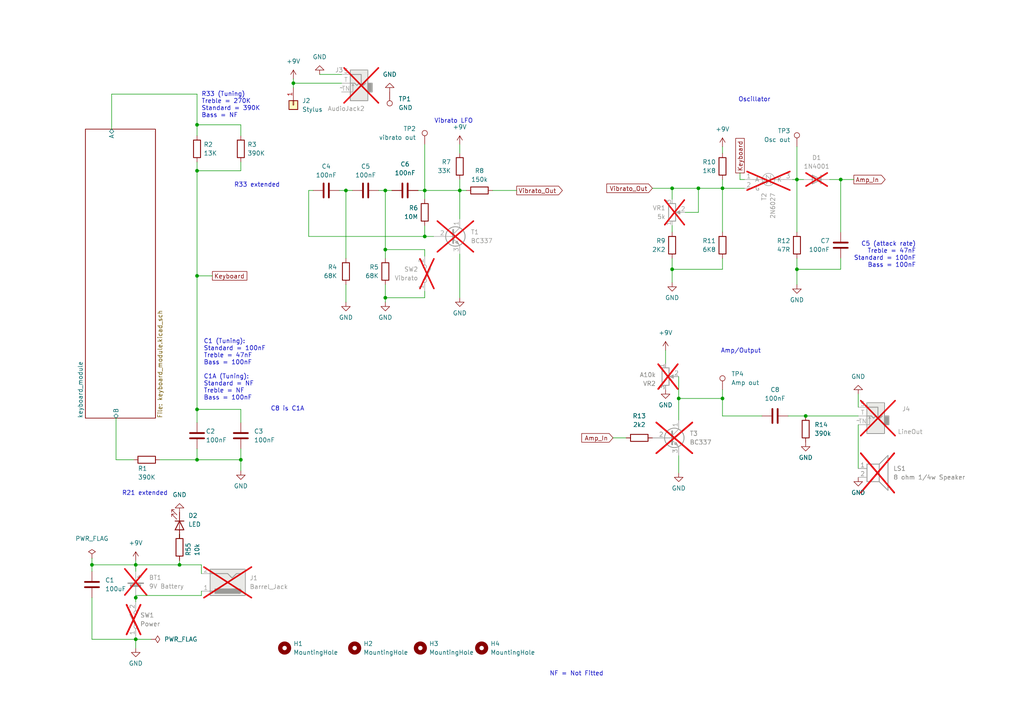
<source format=kicad_sch>
(kicad_sch (version 20231120) (generator "eeschema") (generator_version "8.0")
  (paper "A4")
  (title_block (title "Original 1968 Stylophone") (date "2023-01-31") (rev "2_1") (company "https://www.waitingforfriday.com") (comment 1 "(c) 2023 Simon Inns") (comment 2 "License: Attribution-ShareAlike 4.0 International (CC BY-SA 4.0)"))
  (lib_symbols
    (symbol "Connector:Barrel_Jack" (pin_names (offset 1.016))
      (property "Reference" "J" (at 0 5.334 0))
      (property "Value" "Barrel_Jack" (at 0 -5.08 0))
      (symbol "Barrel_Jack_0_1"
        (rectangle (start -5.08 3.81) (end 5.08 -3.81) (stroke (width 0.254)) (fill (type background)))
        (arc (start -3.302 3.175) (mid -3.9343 2.54) (end -3.302 1.905) (stroke (width 0.254)))
        (arc (start -3.302 3.175) (mid -3.9343 2.54) (end -3.302 1.905) (stroke (width 0.254)) (fill (type outline)))
        (polyline (pts (xy 5.08 2.54) (xy 3.81 2.54)) (stroke (width 0.254)))
        (polyline (pts (xy -3.81 -2.54) (xy -2.54 -2.54) (xy -1.27 -1.27) (xy 0 -2.54) (xy 2.54 -2.54) (xy 5.08 -2.54)) (stroke (width 0.254)))
        (rectangle (start 3.683 3.175) (end -3.302 1.905) (stroke (width 0.254)) (fill (type outline)))
      )
      (symbol "Barrel_Jack_1_1"
        (pin passive line (at 7.62 2.54 180) (length 2.54) (name "~") (number "1"))
        (pin passive line (at 7.62 -2.54 180) (length 2.54) (name "~") (number "2"))
      )
    )
    (symbol "Connector:TestPoint" (pin_numbers hide) (pin_names (offset 0.762) hide)
      (property "Reference" "TP" (at 0 6.858 0))
      (property "Value" "TestPoint" (at 0 5.08 0))
      (symbol "TestPoint_0_1"
        (circle (center 0 3.302) (radius 0.762))
      )
      (symbol "TestPoint_1_1"
        (pin passive line (at 0 0 90) (length 2.54) (name "1") (number "1"))
      )
    )
    (symbol "Connector_Generic:Conn_01x01" (pin_names (offset 1.016) hide)
      (property "Reference" "J" (at 0 2.54 0))
      (property "Value" "Conn_01x01" (at 0 -2.54 0))
      (symbol "Conn_01x01_1_1"
        (rectangle (start -1.27 0.127) (end 0 -0.127) (stroke (width 0.1524)))
        (rectangle (start -1.27 1.27) (end 1.27 -1.27) (stroke (width 0.254)) (fill (type background)))
        (pin passive line (at -5.08 0 0) (length 3.81) (name "Pin_1") (number "1"))
      )
    )
    (symbol "Device:Battery_Cell" (pin_numbers hide) (pin_names (offset 0) hide)
      (property "Reference" "BT" (at 2.54 2.54 0))
      (property "Value" "Battery_Cell" (at 2.54 0 0))
      (symbol "Battery_Cell_0_1"
        (rectangle (start -2.286 1.778) (end 2.286 1.524) (fill (type outline)))
        (rectangle (start -1.5748 1.1938) (end 1.4732 0.6858) (fill (type outline)))
        (polyline (pts (xy 0 0.762) (xy 0 0)))
        (polyline (pts (xy 0 1.778) (xy 0 2.54)))
        (polyline (pts (xy 0.508 3.429) (xy 1.524 3.429)) (stroke (width 0.254)))
        (polyline (pts (xy 1.016 3.937) (xy 1.016 2.921)) (stroke (width 0.254)))
      )
      (symbol "Battery_Cell_1_1"
        (pin passive line (at 0 5.08 270) (length 2.54) (name "+") (number "1"))
        (pin passive line (at 0 -2.54 90) (length 2.54) (name "-") (number "2"))
      )
    )
    (symbol "Device:C" (pin_numbers hide) (pin_names (offset 0.254))
      (property "Reference" "C" (at 0.635 2.54 0))
      (property "Value" "C" (at 0.635 -2.54 0))
      (symbol "C_0_1"
        (polyline (pts (xy -2.032 -0.762) (xy 2.032 -0.762)) (stroke (width 0.508)))
        (polyline (pts (xy -2.032 0.762) (xy 2.032 0.762)) (stroke (width 0.508)))
      )
      (symbol "C_1_1"
        (pin passive line (at 0 3.81 270) (length 2.794) (name "~") (number "1"))
        (pin passive line (at 0 -3.81 90) (length 2.794) (name "~") (number "2"))
      )
    )
    (symbol "Device:LED" (pin_numbers hide) (pin_names (offset 1.016) hide)
      (property "Reference" "D" (at 0 2.54 0))
      (property "Value" "LED" (at 0 -2.54 0))
      (symbol "LED_0_1"
        (polyline (pts (xy -1.27 -1.27) (xy -1.27 1.27)) (stroke (width 0.254)))
        (polyline (pts (xy -1.27 0) (xy 1.27 0)))
        (polyline (pts (xy 1.27 -1.27) (xy 1.27 1.27) (xy -1.27 0) (xy 1.27 -1.27)) (stroke (width 0.254)))
        (polyline (pts (xy -3.048 -0.762) (xy -4.572 -2.286) (xy -3.81 -2.286) (xy -4.572 -2.286) (xy -4.572 -1.524)))
        (polyline (pts (xy -1.778 -0.762) (xy -3.302 -2.286) (xy -2.54 -2.286) (xy -3.302 -2.286) (xy -3.302 -1.524)))
      )
      (symbol "LED_1_1"
        (pin passive line (at -3.81 0 0) (length 2.54) (name "K") (number "1"))
        (pin passive line (at 3.81 0 180) (length 2.54) (name "A") (number "2"))
      )
    )
    (symbol "Device:R" (pin_numbers hide) (pin_names (offset 0))
      (property "Reference" "R" (at 2.032 0 90))
      (property "Value" "R" (at 0 0 90))
      (symbol "R_0_1"
        (rectangle (start -1.016 -2.54) (end 1.016 2.54) (stroke (width 0.254)))
      )
      (symbol "R_1_1"
        (pin passive line (at 0 3.81 270) (length 1.27) (name "~") (number "1"))
        (pin passive line (at 0 -3.81 90) (length 1.27) (name "~") (number "2"))
      )
    )
    (symbol "Device:R_Potentiometer" (pin_names (offset 1.016) hide)
      (property "Reference" "RV" (at -4.445 0 90))
      (property "Value" "R_Potentiometer" (at -2.54 0 90))
      (symbol "R_Potentiometer_0_1"
        (polyline (pts (xy 2.54 0) (xy 1.524 0)))
        (polyline (pts (xy 1.143 0) (xy 2.286 0.508) (xy 2.286 -0.508) (xy 1.143 0)) (fill (type outline)))
        (rectangle (start 1.016 2.54) (end -1.016 -2.54) (stroke (width 0.254)))
      )
      (symbol "R_Potentiometer_1_1"
        (pin passive line (at 0 3.81 270) (length 1.27) (name "1") (number "1"))
        (pin passive line (at 3.81 0 180) (length 1.27) (name "2") (number "2"))
        (pin passive line (at 0 -3.81 90) (length 1.27) (name "3") (number "3"))
      )
    )
    (symbol "Device:Speaker" (pin_names (offset 0) hide)
      (property "Reference" "LS" (at 1.27 5.715 0))
      (property "Value" "Speaker" (at 1.27 3.81 0))
      (symbol "Speaker_0_0"
        (rectangle (start -2.54 1.27) (end 1.016 -3.81) (stroke (width 0.254)))
        (polyline (pts (xy 1.016 1.27) (xy 3.556 3.81) (xy 3.556 -6.35) (xy 1.016 -3.81)) (stroke (width 0.254)))
      )
      (symbol "Speaker_1_1"
        (pin input line (at -5.08 0 0) (length 2.54) (name "1") (number "1"))
        (pin input line (at -5.08 -2.54 0) (length 2.54) (name "2") (number "2"))
      )
    )
    (symbol "Diode:1N4001" (pin_numbers hide) (pin_names hide)
      (property "Reference" "D" (at 0 2.54 0))
      (property "Value" "1N4001" (at 0 -2.54 0))
      (symbol "1N4001_0_1"
        (polyline (pts (xy -1.27 1.27) (xy -1.27 -1.27)) (stroke (width 0.254)))
        (polyline (pts (xy 1.27 0) (xy -1.27 0)))
        (polyline (pts (xy 1.27 1.27) (xy 1.27 -1.27) (xy -1.27 0) (xy 1.27 1.27)) (stroke (width 0.254)))
      )
      (symbol "1N4001_1_1"
        (pin passive line (at -3.81 0 0) (length 2.54) (name "K") (number "1"))
        (pin passive line (at 3.81 0 180) (length 2.54) (name "A") (number "2"))
      )
    )
    (symbol "KitsBlips:3.5mm_Mono_Switched" (pin_names (offset 0) hide)
      (property "Reference" "J" (at -5.588 -6.35 0))
      (property "Value" "3.5mm_Mono_Switched" (at -1.27 7.112 0))
      (symbol "3.5mm_Mono_Switched_0_1"
        (rectangle (start -7.62 1.27) (end -8.89 -1.27) (stroke (width 0.254)) (fill (type outline)))
        (rectangle (start -7.62 5.08) (end -2.54 -3.81) (stroke (width 0.254)) (fill (type background)))
        (polyline (pts (xy -3.302 1.016) (xy -3.048 0.508)))
        (polyline (pts (xy -5.08 1.27) (xy -4.445 0.635) (xy -3.81 1.27) (xy -2.54 1.27)) (stroke (width 0.254)))
        (polyline (pts (xy -2.54 -1.27) (xy -3.302 -1.27) (xy -3.302 1.016) (xy -3.556 0.508)))
        (polyline (pts (xy -2.54 3.81) (xy -5.715 3.81) (xy -5.715 1.27) (xy -6.35 0.635) (xy -6.985 1.27)) (stroke (width 0.254)))
      )
      (symbol "3.5mm_Mono_Switched_1_1"
        (pin passive line (at 0 3.81 180) (length 2.54) (name "~") (number "S"))
        (pin passive line (at 0 1.27 180) (length 2.54) (name "~") (number "T"))
        (pin passive line (at 0 -1.27 180) (length 2.54) (name "~") (number "TN"))
      )
    )
    (symbol "KitsBlips:C" (pin_numbers hide) (pin_names (offset 0.254))
      (property "Reference" "C" (at 0.635 2.54 0))
      (property "Value" "C" (at 0.635 -2.54 0))
      (symbol "C_0_1"
        (polyline (pts (xy -2.032 -0.762) (xy 2.032 -0.762)) (stroke (width 0.508)))
        (polyline (pts (xy -2.032 0.762) (xy 2.032 0.762)) (stroke (width 0.508)))
      )
      (symbol "C_1_1"
        (pin passive line (at 0 3.81 270) (length 2.794) (name "~") (number "1"))
        (pin passive line (at 0 -3.81 90) (length 2.794) (name "~") (number "2"))
      )
    )
    (symbol "Mechanical:MountingHole" (pin_names (offset 1.016)) (exclude_from_sim yes) (in_bom no)
      (property "Reference" "H" (at 0 5.08 0))
      (property "Value" "MountingHole" (at 0 3.175 0))
      (symbol "MountingHole_0_1"
        (circle (center 0 0) (radius 1.27) (stroke (width 1.27)))
      )
    )
    (symbol "PUT:2N6027"
      (property "Reference" "U" (at 0 0 0))
      (property "Value" "2N6027" (at 0 0 0))
      (symbol "2N6027_0_1"
        (circle (center -0.635 0) (radius 1.7961))
        (polyline (pts (xy -5.08 0) (xy -2.54 0)))
        (polyline (pts (xy -1.27 0) (xy -2.54 0)))
        (polyline (pts (xy -1.27 1.27) (xy -1.27 -1.27)))
        (polyline (pts (xy 0 0) (xy 1.27 0)))
        (polyline (pts (xy 1.27 0) (xy 3.81 0)))
        (polyline (pts (xy 3.81 2.54) (xy 0 0)))
        (polyline (pts (xy -1.27 0) (xy 0 1.27) (xy 0 -1.27) (xy -1.27 0)))
      )
      (symbol "2N6027_1_1"
        (pin passive line (at 6.35 0 180) (length 2.54) (name "A") (number "1"))
        (pin passive line (at 6.35 2.54 180) (length 2.54) (name "G") (number "2"))
        (pin passive line (at -7.62 0 0) (length 2.54) (name "K") (number "3"))
      )
    )
    (symbol "Switch:SW_SPST" (pin_names (offset 0) hide)
      (property "Reference" "SW" (at 0 3.175 0))
      (property "Value" "SW_SPST" (at 0 -2.54 0))
      (symbol "SW_SPST_0_0"
        (circle (center -2.032 0) (radius 0.508))
        (polyline (pts (xy -1.524 0.254) (xy 1.524 1.778)))
        (circle (center 2.032 0) (radius 0.508))
      )
      (symbol "SW_SPST_1_1"
        (pin passive line (at -5.08 0 0) (length 2.54) (name "A") (number "1"))
        (pin passive line (at 5.08 0 180) (length 2.54) (name "B") (number "2"))
      )
    )
    (symbol "Transistor_BJT:BC337" (pin_names (offset 0) hide)
      (property "Reference" "Q" (at 5.08 1.905 0))
      (property "Value" "BC337" (at 5.08 0 0))
      (symbol "BC337_0_1"
        (polyline (pts (xy 0 0) (xy 0.635 0)))
        (polyline (pts (xy 0.635 0.635) (xy 2.54 2.54)))
        (polyline (pts (xy 0.635 -0.635) (xy 2.54 -2.54) (xy 2.54 -2.54)))
        (polyline (pts (xy 0.635 1.905) (xy 0.635 -1.905) (xy 0.635 -1.905)) (stroke (width 0.508)))
        (polyline (pts (xy 1.27 -1.778) (xy 1.778 -1.27) (xy 2.286 -2.286) (xy 1.27 -1.778) (xy 1.27 -1.778)) (fill (type outline)))
        (circle (center 1.27 0) (radius 2.8194) (stroke (width 0.254)))
      )
      (symbol "BC337_1_1"
        (pin passive line (at 2.54 5.08 270) (length 2.54) (name "C") (number "1"))
        (pin input line (at -5.08 0 0) (length 5.08) (name "B") (number "2"))
        (pin passive line (at 2.54 -5.08 90) (length 2.54) (name "E") (number "3"))
      )
    )
    (symbol "power:+9V" (power) (pin_names (offset 0))
      (property "Value" "+9V" (at 0 3.556 0))
      (symbol "+9V_0_1"
        (polyline (pts (xy -0.762 1.27) (xy 0 2.54)))
        (polyline (pts (xy 0 0) (xy 0 2.54)))
        (polyline (pts (xy 0 2.54) (xy 0.762 1.27)))
      )
      (symbol "+9V_1_1"
        (pin power_in line (at 0 0 90) (length 0) hide (name "+9V") (number "1"))
      )
    )
    (symbol "power:GND" (power) (pin_names (offset 0))
      (property "Value" "GND" (at 0 -3.81 0))
      (symbol "GND_0_1"
        (polyline (pts (xy 0 0) (xy 0 -1.27) (xy 1.27 -1.27) (xy 0 -2.54) (xy -1.27 -1.27) (xy 0 -1.27)))
      )
      (symbol "GND_1_1"
        (pin power_in line (at 0 0 270) (length 0) hide (name "GND") (number "1"))
      )
    )
    (symbol "power:PWR_FLAG" (power) (pin_numbers hide) (pin_names (offset 0) hide)
      (property "Value" "PWR_FLAG" (at 0 3.81 0))
      (symbol "PWR_FLAG_0_0"
        (pin power_out line (at 0 0 90) (length 0) (name "pwr") (number "1"))
      )
      (symbol "PWR_FLAG_0_1"
        (polyline (pts (xy 0 0) (xy 0 1.27) (xy -1.016 1.905) (xy 0 2.54) (xy 1.016 1.905) (xy 0 1.27)))
      )
    )
  )
  (junction (at 39.37 185.42))
  (junction (at 111.76 86.36))
  (junction (at 26.67 163.83))
  (junction (at 57.15 118.745))
  (junction (at 57.15 36.195))
  (junction (at 85.09 24.13))
  (junction (at 209.55 54.61))
  (junction (at 39.37 173.355))
  (junction (at 123.19 55.245))
  (junction (at 209.55 115.57))
  (junction (at 202.565 54.61))
  (junction (at 69.85 133.35))
  (junction (at 100.33 55.245))
  (junction (at 194.945 78.105))
  (junction (at 52.07 163.83))
  (junction (at 196.85 115.57))
  (junction (at 123.19 68.58))
  (junction (at 133.35 55.245))
  (junction (at 39.37 163.83))
  (junction (at 243.84 52.07))
  (junction (at 194.945 54.61))
  (junction (at 57.15 49.53))
  (junction (at 57.15 80.01))
  (junction (at 111.76 72.39))
  (junction (at 231.14 52.07))
  (junction (at 111.76 55.245))
  (junction (at 57.15 133.35))
  (junction (at 233.68 120.65))
  (junction (at 231.14 78.105))
  (wire (pts (xy 215.9 54.61) (xy 209.55 54.61)))
  (wire (pts (xy 69.85 118.745) (xy 57.15 118.745)))
  (wire (pts (xy 39.37 172.72) (xy 39.37 173.355)))
  (wire (pts (xy 231.14 52.07) (xy 229.87 52.07)))
  (wire (pts (xy 194.945 57.785) (xy 194.945 54.61)))
  (wire (pts (xy 102.235 55.245) (xy 100.33 55.245)))
  (wire (pts (xy 89.535 68.58) (xy 123.19 68.58)))
  (wire (pts (xy 111.76 82.55) (xy 111.76 86.36)))
  (wire (pts (xy 57.15 133.35) (xy 69.85 133.35)))
  (wire (pts (xy 248.92 114.3) (xy 248.92 118.11)))
  (wire (pts (xy 52.07 162.56) (xy 52.07 163.83)))
  (wire (pts (xy 58.42 172.72) (xy 39.37 172.72)))
  (wire (pts (xy 26.67 165.735) (xy 26.67 163.83)))
  (wire (pts (xy 231.14 74.93) (xy 231.14 78.105)))
  (wire (pts (xy 57.15 80.01) (xy 57.15 118.745)))
  (wire (pts (xy 39.37 173.355) (xy 39.37 174.625)))
  (wire (pts (xy 194.945 54.61) (xy 202.565 54.61)))
  (wire (pts (xy 125.73 68.58) (xy 123.19 68.58)))
  (wire (pts (xy 133.35 55.245) (xy 133.35 63.5)))
  (wire (pts (xy 57.15 36.195) (xy 57.15 39.37)))
  (wire (pts (xy 198.755 61.595) (xy 202.565 61.595)))
  (wire (pts (xy 247.65 52.07) (xy 243.84 52.07)))
  (wire (pts (xy 100.33 82.55) (xy 100.33 87.63)))
  (wire (pts (xy 52.07 154.94) (xy 52.07 156.21)))
  (wire (pts (xy 39.37 184.785) (xy 39.37 185.42)))
  (wire (pts (xy 100.33 55.245) (xy 98.425 55.245)))
  (wire (pts (xy 123.19 84.455) (xy 123.19 86.36)))
  (wire (pts (xy 26.67 161.925) (xy 26.67 163.83)))
  (wire (pts (xy 39.37 185.42) (xy 43.815 185.42)))
  (wire (pts (xy 57.15 46.99) (xy 57.15 49.53)))
  (wire (pts (xy 194.945 65.405) (xy 194.945 67.31)))
  (wire (pts (xy 196.85 115.57) (xy 196.85 121.92)))
  (wire (pts (xy 57.15 49.53) (xy 57.15 80.01)))
  (wire (pts (xy 111.76 72.39) (xy 111.76 74.93)))
  (wire (pts (xy 233.045 52.07) (xy 231.14 52.07)))
  (wire (pts (xy 39.37 162.56) (xy 39.37 163.83)))
  (wire (pts (xy 194.945 78.105) (xy 194.945 81.915)))
  (wire (pts (xy 57.15 49.53) (xy 69.85 49.53)))
  (wire (pts (xy 133.35 55.245) (xy 133.35 52.07)))
  (wire (pts (xy 209.55 78.105) (xy 194.945 78.105)))
  (wire (pts (xy 58.42 163.83) (xy 58.42 166.37)))
  (wire (pts (xy 123.19 41.91) (xy 123.19 55.245)))
  (wire (pts (xy 111.76 55.245) (xy 111.76 72.39)))
  (wire (pts (xy 196.85 115.57) (xy 209.55 115.57)))
  (wire (pts (xy 194.945 54.61) (xy 189.23 54.61)))
  (wire (pts (xy 194.945 74.93) (xy 194.945 78.105)))
  (wire (pts (xy 111.76 87.63) (xy 111.76 86.36)))
  (wire (pts (xy 220.98 120.65) (xy 209.55 120.65)))
  (wire (pts (xy 85.09 24.13) (xy 99.06 24.13)))
  (wire (pts (xy 89.535 55.245) (xy 89.535 68.58)))
  (wire (pts (xy 243.84 74.93) (xy 243.84 78.105)))
  (wire (pts (xy 196.85 109.22) (xy 196.85 115.57)))
  (wire (pts (xy 38.735 133.35) (xy 33.655 133.35)))
  (wire (pts (xy 57.15 130.175) (xy 57.15 133.35)))
  (wire (pts (xy 209.55 52.07) (xy 209.55 54.61)))
  (wire (pts (xy 123.19 65.405) (xy 123.19 68.58)))
  (wire (pts (xy 32.385 27.305) (xy 57.15 27.305)))
  (wire (pts (xy 123.19 55.245) (xy 133.35 55.245)))
  (wire (pts (xy 214.63 52.07) (xy 215.9 52.07)))
  (wire (pts (xy 39.37 163.83) (xy 52.07 163.83)))
  (wire (pts (xy 243.84 52.07) (xy 240.665 52.07)))
  (wire (pts (xy 69.85 36.195) (xy 69.85 39.37)))
  (wire (pts (xy 46.355 133.35) (xy 57.15 133.35)))
  (wire (pts (xy 202.565 61.595) (xy 202.565 54.61)))
  (wire (pts (xy 85.09 22.86) (xy 85.09 24.13)))
  (wire (pts (xy 57.15 27.305) (xy 57.15 36.195)))
  (wire (pts (xy 248.92 123.19) (xy 248.92 135.89)))
  (wire (pts (xy 243.84 52.07) (xy 243.84 67.31)))
  (wire (pts (xy 123.19 86.36) (xy 111.76 86.36)))
  (wire (pts (xy 209.55 74.93) (xy 209.55 78.105)))
  (wire (pts (xy 33.655 121.285) (xy 33.655 133.35)))
  (wire (pts (xy 69.85 49.53) (xy 69.85 46.99)))
  (wire (pts (xy 133.35 41.91) (xy 133.35 44.45)))
  (wire (pts (xy 123.19 55.245) (xy 121.285 55.245)))
  (wire (pts (xy 196.85 132.08) (xy 196.85 137.16)))
  (wire (pts (xy 177.8 127) (xy 181.61 127)))
  (wire (pts (xy 209.55 54.61) (xy 202.565 54.61)))
  (wire (pts (xy 135.255 55.245) (xy 133.35 55.245)))
  (wire (pts (xy 111.76 55.245) (xy 109.855 55.245)))
  (wire (pts (xy 231.14 42.545) (xy 231.14 52.07)))
  (wire (pts (xy 39.37 185.42) (xy 39.37 187.96)))
  (wire (pts (xy 228.6 120.65) (xy 233.68 120.65)))
  (wire (pts (xy 26.67 163.83) (xy 39.37 163.83)))
  (wire (pts (xy 99.06 21.59) (xy 92.71 21.59)))
  (wire (pts (xy 32.385 37.465) (xy 32.385 27.305)))
  (wire (pts (xy 149.86 55.245) (xy 142.875 55.245)))
  (wire (pts (xy 209.55 42.545) (xy 209.55 44.45)))
  (wire (pts (xy 26.67 185.42) (xy 39.37 185.42)))
  (wire (pts (xy 209.55 54.61) (xy 209.55 67.31)))
  (wire (pts (xy 57.15 118.745) (xy 57.15 122.555)))
  (wire (pts (xy 57.15 36.195) (xy 69.85 36.195)))
  (wire (pts (xy 100.33 55.245) (xy 100.33 74.93)))
  (wire (pts (xy 209.55 120.65) (xy 209.55 115.57)))
  (wire (pts (xy 231.14 52.07) (xy 231.14 67.31)))
  (wire (pts (xy 52.07 163.83) (xy 58.42 163.83)))
  (wire (pts (xy 69.85 133.35) (xy 69.85 130.175)))
  (wire (pts (xy 231.14 78.105) (xy 231.14 82.55)))
  (wire (pts (xy 243.84 78.105) (xy 231.14 78.105)))
  (wire (pts (xy 193.04 101.6) (xy 193.04 105.41)))
  (wire (pts (xy 39.37 163.83) (xy 39.37 165.735)))
  (wire (pts (xy 123.19 74.295) (xy 123.19 72.39)))
  (wire (pts (xy 209.55 113.03) (xy 209.55 115.57)))
  (wire (pts (xy 133.35 73.66) (xy 133.35 86.36)))
  (wire (pts (xy 69.85 122.555) (xy 69.85 118.745)))
  (wire (pts (xy 57.15 80.01) (xy 61.595 80.01)))
  (wire (pts (xy 58.42 172.72) (xy 58.42 171.45)))
  (wire (pts (xy 123.19 57.785) (xy 123.19 55.245)))
  (wire (pts (xy 85.09 24.13) (xy 85.09 25.4)))
  (wire (pts (xy 214.63 50.165) (xy 214.63 52.07)))
  (wire (pts (xy 26.67 173.355) (xy 26.67 185.42)))
  (wire (pts (xy 90.805 55.245) (xy 89.535 55.245)))
  (wire (pts (xy 248.92 120.65) (xy 233.68 120.65)))
  (wire (pts (xy 113.665 55.245) (xy 111.76 55.245)))
  (wire (pts (xy 69.85 133.35) (xy 69.85 136.525)))
  (wire (pts (xy 123.19 72.39) (xy 111.76 72.39)))
  (text "C1 (Tuning):\nStandard = 100nF\nTreble = 47nF\nBass = 100nF\n\nC1A (Tuning):\nStandard = NF\nTreble = NF\nBass = 100nF" (at 59.055 116.205 0) (effects (font (size 1.27 1.27)) (justify left bottom)))
  (text "C8 is C1A" (at 78.486 119.38 0) (effects (font (size 1.27 1.27)) (justify left bottom)))
  (text "Oscillator\n" (at 218.821 28.956 0) (effects (font (size 1.27 1.27))))
  (text "R33 extended\n" (at 74.549 53.721 0) (effects (font (size 1.27 1.27))))
  (text "R33 (Tuning)\nTreble = 270K\nStandard = 390K\nBass = NF" (at 58.42 34.29 0) (effects (font (size 1.27 1.27)) (justify left bottom)))
  (text "R21 extended\n" (at 42.037 143.129 0) (effects (font (size 1.27 1.27))))
  (text "Amp/Output" (at 214.884 101.854 0) (effects (font (size 1.27 1.27))))
  (text "Vibrato LFO\n" (at 131.572 35.179 0) (effects (font (size 1.27 1.27))))
  (text "NF = Not Fitted" (at 159.385 196.215 0) (effects (font (size 1.27 1.27)) (justify left bottom)))
  (text "C5 (attack rate)\nTreble = 47nF\nStandard = 100nF\nBass = 100nF" (at 265.684 77.724 0) (effects (font (size 1.27 1.27)) (justify right bottom)))
  (global_label "Keyboard" (shape passive) (at 214.63 50.165 90) (property "Intersheetrefs" "${INTERSHEET_REFS}" (effects (hide yes))))
  (global_label "Vibrato_Out" (shape input) (at 189.23 54.61 180) (property "Intersheetrefs" "${INTERSHEET_REFS}" (effects (hide yes))))
  (global_label "Vibrato_Out" (shape output) (at 149.86 55.245 0) (property "Intersheetrefs" "${INTERSHEET_REFS}" (effects (hide yes))))
  (global_label "Keyboard" (shape passive) (at 61.595 80.01 0) (property "Intersheetrefs" "${INTERSHEET_REFS}" (effects (hide yes))))
  (global_label "Amp_In" (shape input) (at 177.8 127 180) (property "Intersheetrefs" "${INTERSHEET_REFS}" (effects (hide yes))))
  (global_label "Amp_In" (shape output) (at 247.65 52.07 0) (property "Intersheetrefs" "${INTERSHEET_REFS}" (effects (hide yes))))
  (symbol (lib_id "power:GND") (at 52.07 148.59 180) (unit 1)
    (property "Reference" "#PWR020" (effects (hide yes)))
    (property "Value" "GND" (at 52.07 143.51 0))
  )
  (symbol (lib_id "Device:C") (at 224.79 120.65 90) (unit 1)
    (property "Reference" "C8" (at 224.79 113.03 90))
    (property "Value" "100nF" (at 224.79 115.57 90))
    (property "Footprint" "Capacitor_SMD:C_0603_1608Metric_Pad1.08x0.95mm_HandSolder" (effects (hide yes)))
    (property "Description" "Unpolarized capacitor" (effects (hide yes)))
  )
  (symbol (lib_id "power:+9V") (at 85.09 22.86 0) (unit 1)
    (property "Reference" "#PWR04" (effects (hide yes)))
    (property "Value" "+9V" (at 85.09 17.78 0))
  )
  (symbol (lib_id "Transistor_BJT:BC337") (at 130.81 68.58 0) (unit 1) (dnp yes)
    (property "Reference" "T1" (at 136.525 67.3099 0) (effects (justify left)))
    (property "Value" "BC337" (at 136.525 69.8499 0) (effects (justify left)))
    (property "Footprint" "Package_TO_SOT_THT:TO-92_HandSolder" (effects (hide yes)))
    (property "Datasheet" "https://diotec.com/tl_files/diotec/files/pdf/datasheets/bc337.pdf" (effects (hide yes)))
  )
  (symbol (lib_id "Device:R") (at 111.76 78.74 0) (mirror y) (unit 1)
    (property "Reference" "R5" (at 109.855 77.47 0) (effects (justify left)))
    (property "Value" "68K" (at 109.855 80.01 0) (effects (justify left)))
    (property "Footprint" "Resistor_SMD:R_0603_1608Metric_Pad0.98x0.95mm_HandSolder" (effects (hide yes)))
  )
  (symbol (lib_id "power:GND") (at 248.92 114.3 0) (mirror x) (unit 1)
    (property "Reference" "#PWR018" (effects (hide yes)))
    (property "Value" "GND" (at 248.92 109.22 0))
  )
  (symbol (lib_id "power:PWR_FLAG") (at 26.67 161.925 0) (unit 1)
    (property "Reference" "#FLG01" (effects (hide yes)))
    (property "Value" "PWR_FLAG" (at 26.67 156.21 0))
  )
  (symbol (lib_id "Connector:TestPoint") (at 113.03 26.67 180) (unit 1)
    (property "Reference" "TP1" (at 115.57 28.7019 0) (effects (justify right)))
    (property "Value" "GND" (at 115.57 31.2419 0) (effects (justify right)))
    (property "Footprint" "TestPoint:TestPoint_Pad_3.0x3.0mm" (effects (hide yes)))
  )
  (symbol (lib_id "power:+9V") (at 39.37 162.56 0) (unit 1)
    (property "Reference" "#PWR01" (effects (hide yes)))
    (property "Value" "+9V" (at 39.37 157.48 0))
  )
  (symbol (lib_id "Device:R") (at 42.545 133.35 270) (unit 1)
    (property "Reference" "R1" (at 40.005 135.89 90) (effects (justify left)))
    (property "Value" "390K" (at 40.005 138.43 90) (effects (justify left)))
    (property "Footprint" "Resistor_SMD:R_0603_1608Metric_Pad0.98x0.95mm_HandSolder" (effects (hide yes)))
  )
  (symbol (lib_id "Device:C") (at 69.85 126.365 0) (unit 1)
    (property "Reference" "C3" (at 73.66 125.0949 0) (effects (justify left)))
    (property "Value" "100nF" (at 73.66 127.6349 0) (effects (justify left)))
    (property "Footprint" "Capacitor_SMD:C_0603_1608Metric_Pad1.08x0.95mm_HandSolder" (effects (hide yes)))
  )
  (symbol (lib_id "power:GND") (at 133.35 86.36 0) (mirror y) (unit 1)
    (property "Reference" "#PWR010" (effects (hide yes)))
    (property "Value" "GND" (at 133.35 90.805 0))
  )
  (symbol (lib_id "power:GND") (at 193.04 113.03 0) (mirror y) (unit 1)
    (property "Reference" "#PWR016" (effects (hide yes)))
    (property "Value" "GND" (at 193.04 117.475 0))
  )
  (symbol (lib_id "Connector:TestPoint") (at 123.19 41.91 0) (mirror y) (unit 1)
    (property "Reference" "TP2" (at 120.65 37.3379 0) (effects (justify left)))
    (property "Value" "vibrato out" (at 120.65 39.8779 0) (effects (justify left)))
    (property "Footprint" "TestPoint:TestPoint_Pad_3.0x3.0mm" (effects (hide yes)))
  )
  (symbol (lib_id "power:GND") (at 111.76 87.63 0) (mirror y) (unit 1)
    (property "Reference" "#PWR07" (effects (hide yes)))
    (property "Value" "GND" (at 111.76 92.075 0))
  )
  (symbol (lib_id "KitsBlips:3.5mm_Mono_Switched") (at 99.06 25.4 0) (mirror y) (unit 1) (dnp yes)
    (property "Reference" "J3" (at 97.155 20.32 0) (effects (justify right)))
    (property "Value" "AudioJack2" (at 94.996 31.496 0) (effects (justify right)))
    (property "Footprint" "Connector_Audio:Jack_3.5mm_QingPu_WQP-PJ398SM_Vertical_CircularHoles" (effects (hide yes)))
    (property "Datasheet" "~" (at 99.06 25.4 0) (effects (font (size 1.524 1.524))))
    (property "Description" "Audio 3.5mm Jack, mono, switched, PC-pin Vertical" (effects (hide yes)))
    (property "Specifications" "Audio 3.5mm Jack, mono, switched, PC-pin Vertical" (effects (hide yes)))
    (property "Manufacturer" "Wenzhou QingPu Electronics Co" (effects (hide yes)))
    (property "Part Number" "WQP-WQP518MA" (effects (hide yes)))
  )
  (symbol (lib_id "Transistor_BJT:BC337") (at 194.31 127 0) (unit 1) (dnp yes)
    (property "Reference" "T3" (at 200.025 125.7299 0) (effects (justify left)))
    (property "Value" "BC337" (at 200.025 128.2699 0) (effects (justify left)))
    (property "Footprint" "Package_TO_SOT_THT:TO-92_HandSolder" (effects (hide yes)))
    (property "Datasheet" "https://diotec.com/tl_files/diotec/files/pdf/datasheets/bc337.pdf" (effects (hide yes)))
  )
  (symbol (lib_id "Device:R") (at 52.07 158.75 0) (unit 1)
    (property "Reference" "R55" (at 54.61 161.29 90) (effects (justify left)))
    (property "Value" "10k" (at 57.15 161.29 90) (effects (justify left)))
    (property "Footprint" "Resistor_SMD:R_0603_1608Metric_Pad0.98x0.95mm_HandSolder" (effects (hide yes)))
  )
  (symbol (lib_id "Device:C") (at 94.615 55.245 270) (mirror x) (unit 1)
    (property "Reference" "C4" (at 94.615 48.26 90))
    (property "Value" "100nF" (at 94.615 50.8 90))
    (property "Footprint" "Capacitor_SMD:C_0603_1608Metric_Pad1.08x0.95mm_HandSolder" (effects (hide yes)))
  )
  (symbol (lib_id "Device:C") (at 243.84 71.12 0) (mirror y) (unit 1)
    (property "Reference" "C7" (at 240.665 69.8499 0) (effects (justify left)))
    (property "Value" "100nF" (at 240.665 72.3899 0) (effects (justify left)))
    (property "Footprint" "Capacitor_SMD:C_0603_1608Metric_Pad1.08x0.95mm_HandSolder" (effects (hide yes)))
  )
  (symbol (lib_id "power:GND") (at 92.71 21.59 180) (unit 1)
    (property "Reference" "#PWR05" (effects (hide yes)))
    (property "Value" "GND" (at 92.71 16.51 0))
  )
  (symbol (lib_id "Device:Speaker") (at 254 135.89 0) (unit 1) (dnp yes)
    (property "Reference" "LS1" (at 259.08 135.8899 0) (effects (justify left)))
    (property "Value" "8 ohm 1/4w Speaker" (at 259.08 138.4299 0) (effects (justify left)))
    (property "Footprint" "KitsBlips:mouser_speaker" (effects (hide yes)))
    (property "Description" "Speaker" (effects (hide yes)))
  )
  (symbol (lib_id "PUT:2N6027") (at 222.25 52.07 180) (unit 1) (dnp yes)
    (property "Reference" "T2" (at 221.6149 55.88 90) (effects (justify left)))
    (property "Value" "2N6027" (at 224.1549 55.88 90) (effects (justify left)))
    (property "Footprint" "Package_TO_SOT_THT:TO-92_HandSolder" (effects (hide yes)))
  )
  (symbol (lib_id "Device:R") (at 231.14 71.12 0) (mirror y) (unit 1)
    (property "Reference" "R12" (at 229.235 69.8499 0) (effects (justify left)))
    (property "Value" "47R" (at 229.235 72.3899 0) (effects (justify left)))
    (property "Footprint" "Resistor_SMD:R_0603_1608Metric_Pad0.98x0.95mm_HandSolder" (effects (hide yes)))
  )
  (symbol (lib_id "power:+9V") (at 209.55 42.545 0) (mirror y) (unit 1)
    (property "Reference" "#PWR012" (effects (hide yes)))
    (property "Value" "+9V" (at 209.55 37.465 0))
  )
  (symbol (lib_id "Switch:SW_SPST") (at 123.19 79.375 270) (mirror x) (unit 1) (dnp yes)
    (property "Reference" "SW2" (at 121.285 78.1049 90) (effects (justify right)))
    (property "Value" "Vibrato" (at 121.285 80.6449 90) (effects (justify right)))
    (property "Footprint" "mouser: SLW-1277744-3A-N-D" (effects (hide yes)))
  )
  (symbol (lib_id "power:GND") (at 69.85 136.525 0) (unit 1)
    (property "Reference" "#PWR03" (effects (hide yes)))
    (property "Value" "GND" (at 69.85 140.97 0))
  )
  (symbol (lib_id "Device:R_Potentiometer") (at 193.04 109.22 0) (unit 1) (dnp yes)
    (property "Reference" "VR2" (at 190.246 111.252 0) (effects (justify right)))
    (property "Value" "A10k" (at 190.246 108.712 0) (effects (justify right)))
    (property "Footprint" "mouser:RD901F4015R1B10K00DL1" (effects (hide yes)))
    (property "Description" "Potentiometer" (effects (hide yes)))
  )
  (symbol (lib_id "Connector:Barrel_Jack") (at 66.04 168.91 180) (unit 1) (dnp yes)
    (property "Reference" "J1" (at 72.39 167.6399 0) (effects (justify right)))
    (property "Value" "Barrel_Jack" (at 72.39 170.1799 0) (effects (justify right)))
    (property "Footprint" "Connector_BarrelJack:BarrelJack_CUI_PJ-063AH_Horizontal" (effects (hide yes)))
    (property "Description" "DC Barrel Jack" (effects (hide yes)))
  )
  (symbol (lib_id "Device:R") (at 209.55 48.26 0) (mirror y) (unit 1)
    (property "Reference" "R10" (at 207.645 46.9899 0) (effects (justify left)))
    (property "Value" "1K8" (at 207.645 49.5299 0) (effects (justify left)))
    (property "Footprint" "Resistor_SMD:R_0603_1608Metric_Pad0.98x0.95mm_HandSolder" (effects (hide yes)))
  )
  (symbol (lib_id "Device:C") (at 57.15 126.365 0) (unit 1)
    (property "Reference" "C2" (at 59.69 125.095 0) (effects (justify left)))
    (property "Value" "100nF" (at 59.69 127.635 0) (effects (justify left)))
    (property "Footprint" "Capacitor_SMD:C_0603_1608Metric_Pad1.08x0.95mm_HandSolder" (effects (hide yes)))
  )
  (symbol (lib_id "Device:R") (at 100.33 78.74 0) (mirror y) (unit 1)
    (property "Reference" "R4" (at 97.79 77.4699 0) (effects (justify left)))
    (property "Value" "68K" (at 97.79 80.0099 0) (effects (justify left)))
    (property "Footprint" "Resistor_SMD:R_0603_1608Metric_Pad0.98x0.95mm_HandSolder" (effects (hide yes)))
  )
  (symbol (lib_id "Device:R") (at 123.19 61.595 0) (mirror y) (unit 1)
    (property "Reference" "R6" (at 121.285 60.3249 0) (effects (justify left)))
    (property "Value" "10M" (at 121.285 62.8649 0) (effects (justify left)))
    (property "Footprint" "Resistor_SMD:R_0603_1608Metric_Pad0.98x0.95mm_HandSolder" (effects (hide yes)))
  )
  (symbol (lib_id "Device:R") (at 209.55 71.12 0) (mirror y) (unit 1)
    (property "Reference" "R11" (at 207.645 69.8499 0) (effects (justify left)))
    (property "Value" "6K8" (at 207.645 72.3899 0) (effects (justify left)))
    (property "Footprint" "Resistor_SMD:R_0603_1608Metric_Pad0.98x0.95mm_HandSolder" (effects (hide yes)))
  )
  (symbol (lib_id "power:GND") (at 113.03 26.67 180) (unit 1)
    (property "Reference" "#PWR08" (effects (hide yes)))
    (property "Value" "GND" (at 113.03 21.59 0))
  )
  (symbol (lib_id "power:+9V") (at 193.04 101.6 0) (mirror y) (unit 1)
    (property "Reference" "#PWR014" (effects (hide yes)))
    (property "Value" "+9V" (at 193.04 96.52 0))
  )
  (symbol (lib_id "KitsBlips:3.5mm_Mono_Switched") (at 248.92 121.92 0) (mirror y) (unit 1) (dnp yes)
    (property "Reference" "J4" (at 261.62 118.618 0) (effects (justify right)))
    (property "Value" "LineOut" (at 260.35 125.222 0) (effects (justify right)))
    (property "Footprint" "Connector_Audio:Jack_3.5mm_QingPu_WQP-PJ398SM_Vertical_CircularHoles" (effects (hide yes)))
    (property "Datasheet" "~" (at 248.92 121.92 0) (effects (font (size 1.524 1.524))))
    (property "Description" "Audio 3.5mm Jack, mono, switched, PC-pin Vertical" (effects (hide yes)))
    (property "Specifications" "Audio 3.5mm Jack, mono, switched, PC-pin Vertical" (effects (hide yes)))
    (property "Manufacturer" "Wenzhou QingPu Electronics Co" (effects (hide yes)))
    (property "Part Number" "WQP-WQP518MA" (effects (hide yes)))
  )
  (symbol (lib_id "power:PWR_FLAG") (at 43.815 185.42 270) (unit 1)
    (property "Reference" "#FLG02" (effects (hide yes)))
    (property "Value" "PWR_FLAG" (at 47.625 185.4199 90) (effects (justify left)))
  )
  (symbol (lib_id "power:GND") (at 233.68 128.27 0) (mirror y) (unit 1)
    (property "Reference" "#PWR017" (effects (hide yes)))
    (property "Value" "GND" (at 233.68 132.715 0))
  )
  (symbol (lib_id "Mechanical:MountingHole") (at 102.87 187.96 0) (unit 1) (exclude_from_sim yes) (in_bom no)
    (property "Reference" "H2" (at 105.41 186.6899 0) (effects (justify left)))
    (property "Value" "MountingHole" (at 105.41 189.2299 0) (effects (justify left)))
    (property "Footprint" "MountingHole:MountingHole_3.2mm_M3" (effects (hide yes)))
    (property "Description" "Mounting Hole without connection" (effects (hide yes)))
  )
  (symbol (lib_id "Device:R_Potentiometer") (at 194.945 61.595 0) (mirror x) (unit 1) (dnp yes)
    (property "Reference" "VR1" (at 193.04 60.3249 0) (effects (justify right)))
    (property "Value" "5k" (at 193.04 62.8649 0) (effects (justify right)))
    (property "Footprint" "Potentiometer_THT:Potentiometer_Bourns_3266Y_Vertical" (effects (hide yes)))
  )
  (symbol (lib_id "Connector:TestPoint") (at 231.14 42.545 0) (mirror y) (unit 1)
    (property "Reference" "TP3" (at 229.235 37.9729 0) (effects (justify left)))
    (property "Value" "Osc out" (at 229.235 40.5129 0) (effects (justify left)))
    (property "Footprint" "TestPoint:TestPoint_Pad_3.0x3.0mm" (effects (hide yes)))
  )
  (symbol (lib_id "Mechanical:MountingHole") (at 82.55 187.96 0) (unit 1) (exclude_from_sim yes) (in_bom no)
    (property "Reference" "H1" (at 85.09 186.6899 0) (effects (justify left)))
    (property "Value" "MountingHole" (at 85.09 189.2299 0) (effects (justify left)))
    (property "Footprint" "MountingHole:MountingHole_3.2mm_M3" (effects (hide yes)))
    (property "Description" "Mounting Hole without connection" (effects (hide yes)))
  )
  (symbol (lib_id "Connector:TestPoint") (at 209.55 113.03 0) (mirror y) (unit 1)
    (property "Reference" "TP4" (at 212.09 108.4579 0) (effects (justify right)))
    (property "Value" "Amp out" (at 212.09 110.9979 0) (effects (justify right)))
    (property "Footprint" "TestPoint:TestPoint_Pad_3.0x3.0mm" (effects (hide yes)))
  )
  (symbol (lib_id "KitsBlips:C") (at 26.67 169.545 0) (unit 1)
    (property "Reference" "C1" (at 30.48 168.2749 0) (effects (justify left)))
    (property "Value" "100uF" (at 30.48 170.8149 0) (effects (justify left)))
    (property "Footprint" "Capacitor_SMD:C_1206_3216Metric_Pad1.33x1.80mm_HandSolder" (effects (hide yes)))
    (property "Description" "Unpolarized capacitor" (effects (hide yes)))
  )
  (symbol (lib_id "power:GND") (at 231.14 82.55 0) (mirror y) (unit 1)
    (property "Reference" "#PWR013" (effects (hide yes)))
    (property "Value" "GND" (at 231.14 86.995 0))
  )
  (symbol (lib_id "Device:C") (at 117.475 55.245 270) (mirror x) (unit 1)
    (property "Reference" "C6" (at 117.475 47.625 90))
    (property "Value" "100nF" (at 117.475 50.165 90))
    (property "Footprint" "Capacitor_SMD:C_0603_1608Metric_Pad1.08x0.95mm_HandSolder" (effects (hide yes)))
  )
  (symbol (lib_id "Mechanical:MountingHole") (at 121.92 187.96 0) (unit 1) (exclude_from_sim yes) (in_bom no)
    (property "Reference" "H3" (at 124.46 186.6899 0) (effects (justify left)))
    (property "Value" "MountingHole" (at 124.46 189.2299 0) (effects (justify left)))
    (property "Footprint" "MountingHole:MountingHole_3.2mm_M3" (effects (hide yes)))
    (property "Description" "Mounting Hole without connection" (effects (hide yes)))
  )
  (symbol (lib_id "power:GND") (at 196.85 137.16 0) (mirror y) (unit 1)
    (property "Reference" "#PWR015" (effects (hide yes)))
    (property "Value" "GND" (at 196.85 141.605 0))
  )
  (symbol (lib_id "Device:LED") (at 52.07 152.4 270) (unit 1)
    (property "Reference" "D2" (at 54.61 149.5424 90) (effects (justify left)))
    (property "Value" "LED" (at 54.61 152.0824 90) (effects (justify left)))
    (property "Footprint" "LED_THT:LED_D3.0mm" (effects (hide yes)))
    (property "Description" "Light emitting diode" (effects (hide yes)))
  )
  (symbol (lib_id "Connector_Generic:Conn_01x01") (at 85.09 30.48 270) (unit 1)
    (property "Reference" "J2" (at 87.63 29.2099 90) (effects (justify left)))
    (property "Value" "Stylus" (at 87.63 31.7499 90) (effects (justify left)))
    (property "Footprint" "TestPoint:TestPoint_Pad_D4.0mm" (effects (hide yes)))
  )
  (symbol (lib_id "Device:R") (at 69.85 43.18 0) (unit 1)
    (property "Reference" "R3" (at 71.755 41.9099 0) (effects (justify left)))
    (property "Value" "390K" (at 71.755 44.4499 0) (effects (justify left)))
    (property "Footprint" "Resistor_SMD:R_0603_1608Metric_Pad0.98x0.95mm_HandSolder" (effects (hide yes)))
  )
  (symbol (lib_id "power:GND") (at 39.37 187.96 0) (unit 1)
    (property "Reference" "#PWR02" (effects (hide yes)))
    (property "Value" "GND" (at 39.37 192.405 0))
  )
  (symbol (lib_id "Diode:1N4001") (at 236.855 52.07 0) (mirror y) (unit 1) (dnp yes)
    (property "Reference" "D1" (at 236.855 45.72 0))
    (property "Value" "1N4001" (at 236.855 48.26 0))
    (property "Footprint" "Diode_THT:D_DO-41_SOD81_P10.16mm_Horizontal" (effects (hide yes)))
    (property "Datasheet" "http://www.vishay.com/docs/88503/1n4001.pdf" (effects (hide yes)))
  )
  (symbol (lib_id "Device:R") (at 57.15 43.18 0) (unit 1)
    (property "Reference" "R2" (at 59.055 41.9099 0) (effects (justify left)))
    (property "Value" "13K" (at 59.055 44.4499 0) (effects (justify left)))
    (property "Footprint" "Resistor_SMD:R_0603_1608Metric_Pad0.98x0.95mm_HandSolder" (effects (hide yes)))
  )
  (symbol (lib_id "power:GND") (at 248.92 138.43 0) (mirror y) (unit 1)
    (property "Reference" "#PWR019" (effects (hide yes)))
    (property "Value" "GND" (at 248.92 142.875 0))
  )
  (symbol (lib_id "power:GND") (at 100.33 87.63 0) (mirror y) (unit 1)
    (property "Reference" "#PWR06" (effects (hide yes)))
    (property "Value" "GND" (at 100.33 92.075 0))
  )
  (symbol (lib_id "Device:R") (at 185.42 127 90) (unit 1)
    (property "Reference" "R13" (at 185.42 120.65 90))
    (property "Value" "2k2" (at 185.42 123.19 90))
    (property "Footprint" "Resistor_SMD:R_0603_1608Metric_Pad0.98x0.95mm_HandSolder" (effects (hide yes)))
    (property "Description" "Resistor" (effects (hide yes)))
  )
  (symbol (lib_id "Mechanical:MountingHole") (at 139.7 187.96 0) (unit 1) (exclude_from_sim yes) (in_bom no)
    (property "Reference" "H4" (at 142.24 186.6899 0) (effects (justify left)))
    (property "Value" "MountingHole" (at 142.24 189.2299 0) (effects (justify left)))
    (property "Footprint" "MountingHole:MountingHole_3.2mm_M3" (effects (hide yes)))
    (property "Description" "Mounting Hole without connection" (effects (hide yes)))
  )
  (symbol (lib_id "Device:R") (at 133.35 48.26 0) (mirror y) (unit 1)
    (property "Reference" "R7" (at 130.81 46.9899 0) (effects (justify left)))
    (property "Value" "33K" (at 130.81 49.5299 0) (effects (justify left)))
    (property "Footprint" "Resistor_SMD:R_0603_1608Metric_Pad0.98x0.95mm_HandSolder" (effects (hide yes)))
  )
  (symbol (lib_id "Device:R") (at 194.945 71.12 0) (mirror y) (unit 1)
    (property "Reference" "R9" (at 193.04 69.85 0) (effects (justify left)))
    (property "Value" "2K2" (at 193.04 72.39 0) (effects (justify left)))
    (property "Footprint" "Resistor_SMD:R_0603_1608Metric_Pad0.98x0.95mm_HandSolder" (effects (hide yes)))
  )
  (symbol (lib_id "Device:R") (at 233.68 124.46 180) (unit 1)
    (property "Reference" "R14" (at 236.22 123.1899 0) (effects (justify right)))
    (property "Value" "390k" (at 236.22 125.7299 0) (effects (justify right)))
    (property "Footprint" "Resistor_SMD:R_0603_1608Metric_Pad0.98x0.95mm_HandSolder" (effects (hide yes)))
    (property "Description" "Resistor" (effects (hide yes)))
  )
  (symbol (lib_id "Device:R") (at 139.065 55.245 270) (mirror x) (unit 1)
    (property "Reference" "R8" (at 139.065 49.53 90))
    (property "Value" "150k" (at 139.065 52.07 90))
    (property "Footprint" "Resistor_SMD:R_0603_1608Metric_Pad0.98x0.95mm_HandSolder" (effects (hide yes)))
  )
  (symbol (lib_id "power:GND") (at 194.945 81.915 0) (mirror y) (unit 1)
    (property "Reference" "#PWR011" (effects (hide yes)))
    (property "Value" "GND" (at 194.945 86.36 0))
  )
  (symbol (lib_id "Switch:SW_SPST") (at 39.37 179.705 90) (unit 1) (dnp yes)
    (property "Reference" "SW1" (at 40.64 178.4349 90) (effects (justify right)))
    (property "Value" "Power" (at 40.64 180.9749 90) (effects (justify right)))
    (property "Footprint" "mouser: SLW-1277744-3A-N-D" (effects (hide yes)))
  )
  (symbol (lib_id "Device:C") (at 106.045 55.245 270) (mirror x) (unit 1)
    (property "Reference" "C5" (at 106.045 48.26 90))
    (property "Value" "100nF" (at 106.045 50.8 90))
    (property "Footprint" "Capacitor_SMD:C_0603_1608Metric_Pad1.08x0.95mm_HandSolder" (effects (hide yes)))
  )
  (symbol (lib_id "power:+9V") (at 133.35 41.91 0) (mirror y) (unit 1)
    (property "Reference" "#PWR09" (effects (hide yes)))
    (property "Value" "+9V" (at 133.35 36.83 0))
  )
  (symbol (lib_id "Device:Battery_Cell") (at 39.37 170.815 0) (unit 1) (dnp yes)
    (property "Reference" "BT1" (at 43.18 167.5129 0) (effects (justify left)))
    (property "Value" "9V Battery" (at 43.18 170.0529 0) (effects (justify left)))
    (property "Footprint" "Battery:BatteryHolder_Eagle_12BH611-GR" (effects (hide yes)))
  )
  (sheet (at 24.765 37.465) (size 20.32 83.82) (stroke (width 0.1524))
    (property "Sheetname" "keyboard_module" (at 24.0534 121.285 90) (effects (justify left bottom)))
    (property "Sheetfile" "keyboard_module.kicad_sch" (at 45.6696 121.285 90) (effects (justify left top)))
    (pin "B" bidirectional (at 33.655 121.285 270))
    (pin "A" bidirectional (at 32.385 37.465 90))
  )
)
</source>
